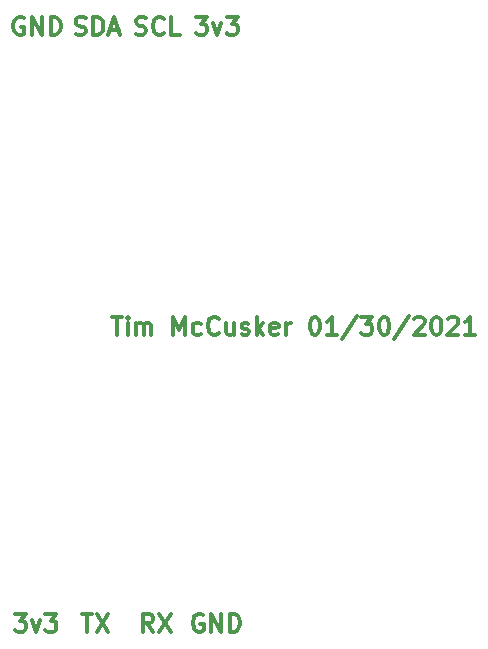
<source format=gbr>
%TF.GenerationSoftware,KiCad,Pcbnew,(5.1.7)-1*%
%TF.CreationDate,2021-01-30T20:15:53-05:00*%
%TF.ProjectId,STM32F4_Eval,53544d33-3246-4345-9f45-76616c2e6b69,rev?*%
%TF.SameCoordinates,Original*%
%TF.FileFunction,Legend,Bot*%
%TF.FilePolarity,Positive*%
%FSLAX46Y46*%
G04 Gerber Fmt 4.6, Leading zero omitted, Abs format (unit mm)*
G04 Created by KiCad (PCBNEW (5.1.7)-1) date 2021-01-30 20:15:53*
%MOMM*%
%LPD*%
G01*
G04 APERTURE LIST*
%ADD10C,0.300000*%
G04 APERTURE END LIST*
D10*
X131717142Y-122980000D02*
X131574285Y-122908571D01*
X131360000Y-122908571D01*
X131145714Y-122980000D01*
X131002857Y-123122857D01*
X130931428Y-123265714D01*
X130860000Y-123551428D01*
X130860000Y-123765714D01*
X130931428Y-124051428D01*
X131002857Y-124194285D01*
X131145714Y-124337142D01*
X131360000Y-124408571D01*
X131502857Y-124408571D01*
X131717142Y-124337142D01*
X131788571Y-124265714D01*
X131788571Y-123765714D01*
X131502857Y-123765714D01*
X132431428Y-124408571D02*
X132431428Y-122908571D01*
X133288571Y-124408571D01*
X133288571Y-122908571D01*
X134002857Y-124408571D02*
X134002857Y-122908571D01*
X134360000Y-122908571D01*
X134574285Y-122980000D01*
X134717142Y-123122857D01*
X134788571Y-123265714D01*
X134860000Y-123551428D01*
X134860000Y-123765714D01*
X134788571Y-124051428D01*
X134717142Y-124194285D01*
X134574285Y-124337142D01*
X134360000Y-124408571D01*
X134002857Y-124408571D01*
X115824285Y-122918571D02*
X116752857Y-122918571D01*
X116252857Y-123490000D01*
X116467142Y-123490000D01*
X116610000Y-123561428D01*
X116681428Y-123632857D01*
X116752857Y-123775714D01*
X116752857Y-124132857D01*
X116681428Y-124275714D01*
X116610000Y-124347142D01*
X116467142Y-124418571D01*
X116038571Y-124418571D01*
X115895714Y-124347142D01*
X115824285Y-124275714D01*
X117252857Y-123418571D02*
X117610000Y-124418571D01*
X117967142Y-123418571D01*
X118395714Y-122918571D02*
X119324285Y-122918571D01*
X118824285Y-123490000D01*
X119038571Y-123490000D01*
X119181428Y-123561428D01*
X119252857Y-123632857D01*
X119324285Y-123775714D01*
X119324285Y-124132857D01*
X119252857Y-124275714D01*
X119181428Y-124347142D01*
X119038571Y-124418571D01*
X118610000Y-124418571D01*
X118467142Y-124347142D01*
X118395714Y-124275714D01*
X131154285Y-72368571D02*
X132082857Y-72368571D01*
X131582857Y-72940000D01*
X131797142Y-72940000D01*
X131940000Y-73011428D01*
X132011428Y-73082857D01*
X132082857Y-73225714D01*
X132082857Y-73582857D01*
X132011428Y-73725714D01*
X131940000Y-73797142D01*
X131797142Y-73868571D01*
X131368571Y-73868571D01*
X131225714Y-73797142D01*
X131154285Y-73725714D01*
X132582857Y-72868571D02*
X132940000Y-73868571D01*
X133297142Y-72868571D01*
X133725714Y-72368571D02*
X134654285Y-72368571D01*
X134154285Y-72940000D01*
X134368571Y-72940000D01*
X134511428Y-73011428D01*
X134582857Y-73082857D01*
X134654285Y-73225714D01*
X134654285Y-73582857D01*
X134582857Y-73725714D01*
X134511428Y-73797142D01*
X134368571Y-73868571D01*
X133940000Y-73868571D01*
X133797142Y-73797142D01*
X133725714Y-73725714D01*
X116537142Y-72460000D02*
X116394285Y-72388571D01*
X116180000Y-72388571D01*
X115965714Y-72460000D01*
X115822857Y-72602857D01*
X115751428Y-72745714D01*
X115680000Y-73031428D01*
X115680000Y-73245714D01*
X115751428Y-73531428D01*
X115822857Y-73674285D01*
X115965714Y-73817142D01*
X116180000Y-73888571D01*
X116322857Y-73888571D01*
X116537142Y-73817142D01*
X116608571Y-73745714D01*
X116608571Y-73245714D01*
X116322857Y-73245714D01*
X117251428Y-73888571D02*
X117251428Y-72388571D01*
X118108571Y-73888571D01*
X118108571Y-72388571D01*
X118822857Y-73888571D02*
X118822857Y-72388571D01*
X119180000Y-72388571D01*
X119394285Y-72460000D01*
X119537142Y-72602857D01*
X119608571Y-72745714D01*
X119680000Y-73031428D01*
X119680000Y-73245714D01*
X119608571Y-73531428D01*
X119537142Y-73674285D01*
X119394285Y-73817142D01*
X119180000Y-73888571D01*
X118822857Y-73888571D01*
X123995714Y-97758571D02*
X124852857Y-97758571D01*
X124424285Y-99258571D02*
X124424285Y-97758571D01*
X125352857Y-99258571D02*
X125352857Y-98258571D01*
X125352857Y-97758571D02*
X125281428Y-97830000D01*
X125352857Y-97901428D01*
X125424285Y-97830000D01*
X125352857Y-97758571D01*
X125352857Y-97901428D01*
X126067142Y-99258571D02*
X126067142Y-98258571D01*
X126067142Y-98401428D02*
X126138571Y-98330000D01*
X126281428Y-98258571D01*
X126495714Y-98258571D01*
X126638571Y-98330000D01*
X126709999Y-98472857D01*
X126709999Y-99258571D01*
X126709999Y-98472857D02*
X126781428Y-98330000D01*
X126924285Y-98258571D01*
X127138571Y-98258571D01*
X127281428Y-98330000D01*
X127352857Y-98472857D01*
X127352857Y-99258571D01*
X129209999Y-99258571D02*
X129209999Y-97758571D01*
X129709999Y-98830000D01*
X130209999Y-97758571D01*
X130209999Y-99258571D01*
X131567142Y-99187142D02*
X131424285Y-99258571D01*
X131138571Y-99258571D01*
X130995714Y-99187142D01*
X130924285Y-99115714D01*
X130852857Y-98972857D01*
X130852857Y-98544285D01*
X130924285Y-98401428D01*
X130995714Y-98330000D01*
X131138571Y-98258571D01*
X131424285Y-98258571D01*
X131567142Y-98330000D01*
X133067142Y-99115714D02*
X132995714Y-99187142D01*
X132781428Y-99258571D01*
X132638571Y-99258571D01*
X132424285Y-99187142D01*
X132281428Y-99044285D01*
X132209999Y-98901428D01*
X132138571Y-98615714D01*
X132138571Y-98401428D01*
X132209999Y-98115714D01*
X132281428Y-97972857D01*
X132424285Y-97830000D01*
X132638571Y-97758571D01*
X132781428Y-97758571D01*
X132995714Y-97830000D01*
X133067142Y-97901428D01*
X134352857Y-98258571D02*
X134352857Y-99258571D01*
X133709999Y-98258571D02*
X133709999Y-99044285D01*
X133781428Y-99187142D01*
X133924285Y-99258571D01*
X134138571Y-99258571D01*
X134281428Y-99187142D01*
X134352857Y-99115714D01*
X134995714Y-99187142D02*
X135138571Y-99258571D01*
X135424285Y-99258571D01*
X135567142Y-99187142D01*
X135638571Y-99044285D01*
X135638571Y-98972857D01*
X135567142Y-98830000D01*
X135424285Y-98758571D01*
X135210000Y-98758571D01*
X135067142Y-98687142D01*
X134995714Y-98544285D01*
X134995714Y-98472857D01*
X135067142Y-98330000D01*
X135210000Y-98258571D01*
X135424285Y-98258571D01*
X135567142Y-98330000D01*
X136281428Y-99258571D02*
X136281428Y-97758571D01*
X136424285Y-98687142D02*
X136852857Y-99258571D01*
X136852857Y-98258571D02*
X136281428Y-98830000D01*
X138067142Y-99187142D02*
X137924285Y-99258571D01*
X137638571Y-99258571D01*
X137495714Y-99187142D01*
X137424285Y-99044285D01*
X137424285Y-98472857D01*
X137495714Y-98330000D01*
X137638571Y-98258571D01*
X137924285Y-98258571D01*
X138067142Y-98330000D01*
X138138571Y-98472857D01*
X138138571Y-98615714D01*
X137424285Y-98758571D01*
X138781428Y-99258571D02*
X138781428Y-98258571D01*
X138781428Y-98544285D02*
X138852857Y-98401428D01*
X138924285Y-98330000D01*
X139067142Y-98258571D01*
X139210000Y-98258571D01*
X141138571Y-97758571D02*
X141281428Y-97758571D01*
X141424285Y-97830000D01*
X141495714Y-97901428D01*
X141567142Y-98044285D01*
X141638571Y-98330000D01*
X141638571Y-98687142D01*
X141567142Y-98972857D01*
X141495714Y-99115714D01*
X141424285Y-99187142D01*
X141281428Y-99258571D01*
X141138571Y-99258571D01*
X140995714Y-99187142D01*
X140924285Y-99115714D01*
X140852857Y-98972857D01*
X140781428Y-98687142D01*
X140781428Y-98330000D01*
X140852857Y-98044285D01*
X140924285Y-97901428D01*
X140995714Y-97830000D01*
X141138571Y-97758571D01*
X143067142Y-99258571D02*
X142210000Y-99258571D01*
X142638571Y-99258571D02*
X142638571Y-97758571D01*
X142495714Y-97972857D01*
X142352857Y-98115714D01*
X142210000Y-98187142D01*
X144781428Y-97687142D02*
X143495714Y-99615714D01*
X145138571Y-97758571D02*
X146067142Y-97758571D01*
X145567142Y-98330000D01*
X145781428Y-98330000D01*
X145924285Y-98401428D01*
X145995714Y-98472857D01*
X146067142Y-98615714D01*
X146067142Y-98972857D01*
X145995714Y-99115714D01*
X145924285Y-99187142D01*
X145781428Y-99258571D01*
X145352857Y-99258571D01*
X145210000Y-99187142D01*
X145138571Y-99115714D01*
X146995714Y-97758571D02*
X147138571Y-97758571D01*
X147281428Y-97830000D01*
X147352857Y-97901428D01*
X147424285Y-98044285D01*
X147495714Y-98330000D01*
X147495714Y-98687142D01*
X147424285Y-98972857D01*
X147352857Y-99115714D01*
X147281428Y-99187142D01*
X147138571Y-99258571D01*
X146995714Y-99258571D01*
X146852857Y-99187142D01*
X146781428Y-99115714D01*
X146710000Y-98972857D01*
X146638571Y-98687142D01*
X146638571Y-98330000D01*
X146710000Y-98044285D01*
X146781428Y-97901428D01*
X146852857Y-97830000D01*
X146995714Y-97758571D01*
X149210000Y-97687142D02*
X147924285Y-99615714D01*
X149638571Y-97901428D02*
X149710000Y-97830000D01*
X149852857Y-97758571D01*
X150210000Y-97758571D01*
X150352857Y-97830000D01*
X150424285Y-97901428D01*
X150495714Y-98044285D01*
X150495714Y-98187142D01*
X150424285Y-98401428D01*
X149567142Y-99258571D01*
X150495714Y-99258571D01*
X151424285Y-97758571D02*
X151567142Y-97758571D01*
X151710000Y-97830000D01*
X151781428Y-97901428D01*
X151852857Y-98044285D01*
X151924285Y-98330000D01*
X151924285Y-98687142D01*
X151852857Y-98972857D01*
X151781428Y-99115714D01*
X151710000Y-99187142D01*
X151567142Y-99258571D01*
X151424285Y-99258571D01*
X151281428Y-99187142D01*
X151210000Y-99115714D01*
X151138571Y-98972857D01*
X151067142Y-98687142D01*
X151067142Y-98330000D01*
X151138571Y-98044285D01*
X151210000Y-97901428D01*
X151281428Y-97830000D01*
X151424285Y-97758571D01*
X152495714Y-97901428D02*
X152567142Y-97830000D01*
X152710000Y-97758571D01*
X153067142Y-97758571D01*
X153210000Y-97830000D01*
X153281428Y-97901428D01*
X153352857Y-98044285D01*
X153352857Y-98187142D01*
X153281428Y-98401428D01*
X152424285Y-99258571D01*
X153352857Y-99258571D01*
X154781428Y-99258571D02*
X153924285Y-99258571D01*
X154352857Y-99258571D02*
X154352857Y-97758571D01*
X154210000Y-97972857D01*
X154067142Y-98115714D01*
X153924285Y-98187142D01*
X127520000Y-124418571D02*
X127020000Y-123704285D01*
X126662857Y-124418571D02*
X126662857Y-122918571D01*
X127234285Y-122918571D01*
X127377142Y-122990000D01*
X127448571Y-123061428D01*
X127520000Y-123204285D01*
X127520000Y-123418571D01*
X127448571Y-123561428D01*
X127377142Y-123632857D01*
X127234285Y-123704285D01*
X126662857Y-123704285D01*
X128020000Y-122918571D02*
X129020000Y-124418571D01*
X129020000Y-122918571D02*
X128020000Y-124418571D01*
X121507142Y-122918571D02*
X122364285Y-122918571D01*
X121935714Y-124418571D02*
X121935714Y-122918571D01*
X122721428Y-122918571D02*
X123721428Y-124418571D01*
X123721428Y-122918571D02*
X122721428Y-124418571D01*
X126044285Y-73807142D02*
X126258571Y-73878571D01*
X126615714Y-73878571D01*
X126758571Y-73807142D01*
X126830000Y-73735714D01*
X126901428Y-73592857D01*
X126901428Y-73450000D01*
X126830000Y-73307142D01*
X126758571Y-73235714D01*
X126615714Y-73164285D01*
X126330000Y-73092857D01*
X126187142Y-73021428D01*
X126115714Y-72950000D01*
X126044285Y-72807142D01*
X126044285Y-72664285D01*
X126115714Y-72521428D01*
X126187142Y-72450000D01*
X126330000Y-72378571D01*
X126687142Y-72378571D01*
X126901428Y-72450000D01*
X128401428Y-73735714D02*
X128330000Y-73807142D01*
X128115714Y-73878571D01*
X127972857Y-73878571D01*
X127758571Y-73807142D01*
X127615714Y-73664285D01*
X127544285Y-73521428D01*
X127472857Y-73235714D01*
X127472857Y-73021428D01*
X127544285Y-72735714D01*
X127615714Y-72592857D01*
X127758571Y-72450000D01*
X127972857Y-72378571D01*
X128115714Y-72378571D01*
X128330000Y-72450000D01*
X128401428Y-72521428D01*
X129758571Y-73878571D02*
X129044285Y-73878571D01*
X129044285Y-72378571D01*
X120938571Y-73817142D02*
X121152857Y-73888571D01*
X121510000Y-73888571D01*
X121652857Y-73817142D01*
X121724285Y-73745714D01*
X121795714Y-73602857D01*
X121795714Y-73460000D01*
X121724285Y-73317142D01*
X121652857Y-73245714D01*
X121510000Y-73174285D01*
X121224285Y-73102857D01*
X121081428Y-73031428D01*
X121010000Y-72960000D01*
X120938571Y-72817142D01*
X120938571Y-72674285D01*
X121010000Y-72531428D01*
X121081428Y-72460000D01*
X121224285Y-72388571D01*
X121581428Y-72388571D01*
X121795714Y-72460000D01*
X122438571Y-73888571D02*
X122438571Y-72388571D01*
X122795714Y-72388571D01*
X123010000Y-72460000D01*
X123152857Y-72602857D01*
X123224285Y-72745714D01*
X123295714Y-73031428D01*
X123295714Y-73245714D01*
X123224285Y-73531428D01*
X123152857Y-73674285D01*
X123010000Y-73817142D01*
X122795714Y-73888571D01*
X122438571Y-73888571D01*
X123867142Y-73460000D02*
X124581428Y-73460000D01*
X123724285Y-73888571D02*
X124224285Y-72388571D01*
X124724285Y-73888571D01*
M02*

</source>
